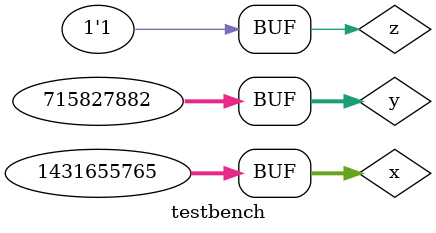
<source format=v>
module DECODER(d0,d1,d2,d3,d4,d5,d6,d7,x,y,z);
	input x,y,z;
	output d0,d1,d2,d3,d4,d5,d6,d7;
	wire x0,y0,z0;
	not n1(x0,x);
	not n2(y0,y);
	not n3(z0,z);
	and a0(d0,x0,y0,z0);
	and a1(d1,x0,y0,z);
	and a2(d2,x0,y,z0);
	and a3(d3,x0,y,z);
	and a4(d4,x,y0,z0);
	and a5(d5,x,y0,z);
	and a6(d6,x,y,z0);
	and a7(d7,x,y,z);
endmodule


module FADDER(s,c,x,y,z);
	input x,y,z;
	wire d0,d1,d2,d3,d4,d5,d6,d7;
	output s,c;
	DECODER dec(d0,d1,d2,d3,d4,d5,d6,d7,x,y,z);
	assign s = d1 | d2 | d4 | d7,
			   c = d3 | d5 | d6 | d7;
endmodule


module bit_8_FADDER(s, c, x, y, cin);
	input [7:0] x;
	input [7:0] y;
	input cin;
	output [7:0] s;
	output c;
	wire [7:0] a;
	FADDER f0(s[0], a[0], x[0], y[0], cin);
	FADDER f1(s[1], a[1], x[1], y[1], a[0]);
	FADDER f2(s[2], a[2], x[2], y[2], a[1]);
	FADDER f3(s[3], a[3], x[3], y[3], a[2]);
	FADDER f4(s[4], a[4], x[4], y[4], a[3]);
	FADDER f5(s[5], a[5], x[5], y[5], a[4]);
	FADDER f6(s[6], a[6], x[6], y[6], a[5]);
	FADDER f7(s[7], c, x[7], y[7], a[6]);
	
endmodule

module bit_32_FADDER(s,c , x, y, cin);
	input [31:0] x;
	input [31:0] y;
	input cin;
	output [31:0] s;
	output c;
	wire [0:3] a;
	
	bit_8_FADDER f0(s[7:0], a[0], x[7:0], y[7:0], cin);
	bit_8_FADDER f1(s[15:8], a[1], x[15:8], y[15:8], a[0]);
	bit_8_FADDER f2(s[23:16], a[2], x[23:16], y[23:16], a[1]);
	bit_8_FADDER f3(s[31:24], c, x[31:24], y[31:24], a[2]);
	
endmodule

module testbench;
	reg [0:31] x;
	reg [0:31] y;
	reg z;
	wire [0:31] s;
	wire c;
	bit_32_FADDER fl(s,c,x,y,z);
	initial
	$monitor(,$time,"x=%b,y=%b,z=%b,s=%b,c=%b",x,y,z,s,c);
	initial
	begin
	#0 x=32'b01010101010101010101010101010101;y=32'b00101010101010101010101010101010;z=1'b0;
	#1 x=32'b01010101010101010101010101010101;y=32'b00101010101010101010101010101010;z=1'b1;
	end
endmodule
</source>
